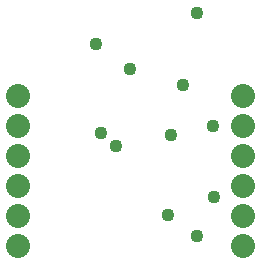
<source format=gbs>
G75*
%MOIN*%
%OFA0B0*%
%FSLAX24Y24*%
%IPPOS*%
%LPD*%
%AMOC8*
5,1,8,0,0,1.08239X$1,22.5*
%
%ADD10C,0.0800*%
%ADD11C,0.0436*%
D10*
X000670Y003476D03*
X000670Y004476D03*
X000670Y005476D03*
X000670Y006476D03*
X000670Y007476D03*
X000670Y008476D03*
X008170Y008476D03*
X008170Y007476D03*
X008170Y006476D03*
X008170Y005476D03*
X008170Y004476D03*
X008170Y003476D03*
D11*
X007194Y005087D03*
X006627Y003799D03*
X005654Y004512D03*
X003930Y006815D03*
X003434Y007236D03*
X004406Y009358D03*
X003261Y010189D03*
X005749Y007161D03*
X006170Y008827D03*
X007146Y007461D03*
X006619Y011232D03*
M02*

</source>
